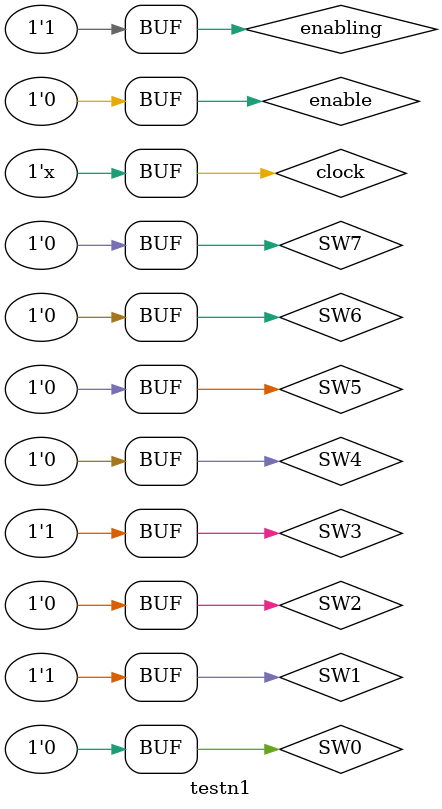
<source format=v>
`timescale 1ns / 1ps


module testn1;

	// Inputs
	reg enabling;
	reg clock;
	reg SW0;
	reg SW1;
	reg SW2;
	reg SW3;
	reg SW4;
	reg SW5;
	reg SW6;
	reg SW7;
	reg enable;

	// Outputs
	wire [3:0] rezult;
	wire AN0;
	wire AN1;
	wire AN2;
	wire a;
	wire b;
	wire c;
	wire d;
	wire e;
	wire fp;
	wire g;
	wire dp;

	// Instantiate the Unit Under Test (UUT)
	CPU uut (
		.enabling(enabling), 
		.clock(clock), 
		.SW0(SW0), 
		.SW1(SW1), 
		.SW2(SW2), 
		.SW3(SW3), 
		.SW4(SW4), 
		.SW5(SW5), 
		.SW6(SW6), 
		.SW7(SW7), 
		.enable(enable), 
		.rezult(rezult), 
		.AN0(AN0), 
		.AN1(AN1), 
		.AN2(AN2), 
		.a(a), 
		.b(b), 
		.c(c), 
		.d(d), 
		.e(e), 
		.fp(fp), 
		.g(g), 
		.dp(dp)
	);

	initial begin
		// Initialize Inputs
		enabling = 0;
		clock = 0;
		SW0 = 1;
		SW1 = 1;
		SW2 = 1;
		SW3 = 1;
		SW4 = 0;
		SW5 = 0;
		SW6 = 0;
		SW7 = 0;
		enable = 0;

		// Wait 100 ns for global reset to finish
		#400;
		
		enabling = 1;
		SW0 = 0;
		SW1 = 1;
		SW2 = 0;
		SW3 = 1;
		
		
        
		// Add stimulus here

	end
	always @(*)
	begin
	#40;
	clock <= ~clock;
	end
      
endmodule


</source>
